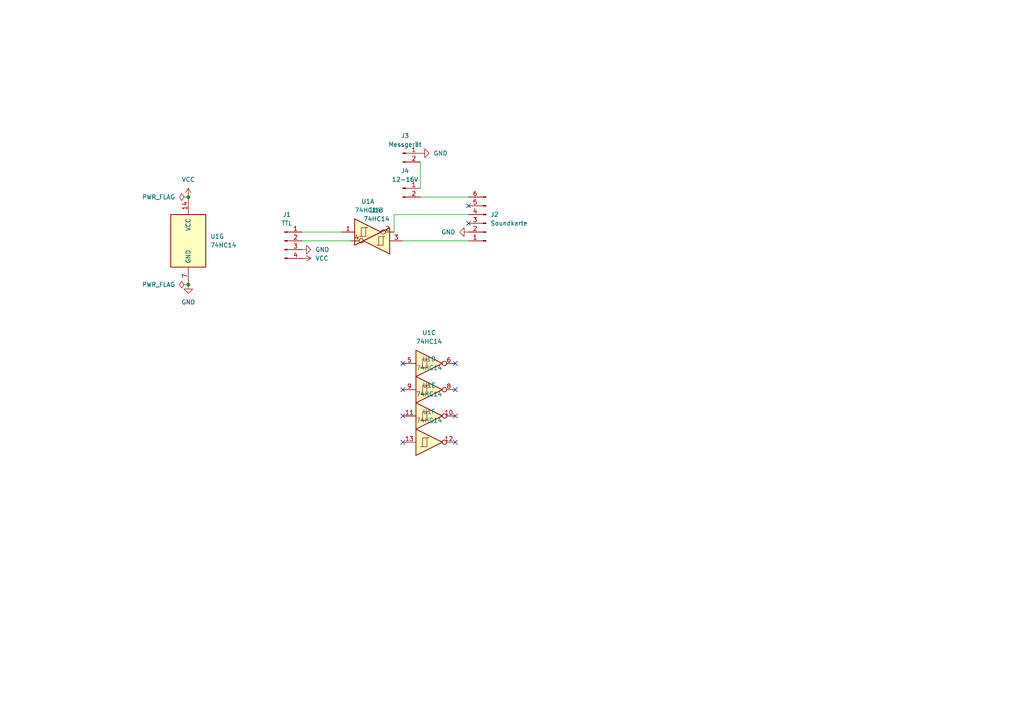
<source format=kicad_sch>
(kicad_sch (version 20231120) (generator "eeschema") (generator_version "8.0")
  (paper "A4")
  (lib_symbols
    (symbol "74xx:74HC14" (pin_names (offset 1.016))
      (property "Reference" "U" (at 0 1.27 0))
      (property "Value" "74HC14" (at 0 -1.27 0))
      (symbol "74HC14_1_0"
        (polyline (pts (xy -3.81 3.81) (xy -3.81 -3.81) (xy 3.81 0) (xy -3.81 3.81)) (stroke (width 0.254)) (fill (type background)))
        (pin input line (at -7.62 0 0) (length 3.81) (name "~") (number "1"))
        (pin output inverted (at 7.62 0 180) (length 3.81) (name "~") (number "2"))
      )
      (symbol "74HC14_1_1"
        (polyline (pts (xy -1.905 -1.27) (xy -1.905 1.27) (xy -0.635 1.27)))
        (polyline (pts (xy -2.54 -1.27) (xy -0.635 -1.27) (xy -0.635 1.27) (xy 0 1.27)))
      )
      (symbol "74HC14_2_0"
        (polyline (pts (xy -3.81 3.81) (xy -3.81 -3.81) (xy 3.81 0) (xy -3.81 3.81)) (stroke (width 0.254)) (fill (type background)))
        (pin input line (at -7.62 0 0) (length 3.81) (name "~") (number "3"))
        (pin output inverted (at 7.62 0 180) (length 3.81) (name "~") (number "4"))
      )
      (symbol "74HC14_2_1"
        (polyline (pts (xy -1.905 -1.27) (xy -1.905 1.27) (xy -0.635 1.27)))
        (polyline (pts (xy -2.54 -1.27) (xy -0.635 -1.27) (xy -0.635 1.27) (xy 0 1.27)))
      )
      (symbol "74HC14_3_0"
        (polyline (pts (xy -3.81 3.81) (xy -3.81 -3.81) (xy 3.81 0) (xy -3.81 3.81)) (stroke (width 0.254)) (fill (type background)))
        (pin input line (at -7.62 0 0) (length 3.81) (name "~") (number "5"))
        (pin output inverted (at 7.62 0 180) (length 3.81) (name "~") (number "6"))
      )
      (symbol "74HC14_3_1"
        (polyline (pts (xy -1.905 -1.27) (xy -1.905 1.27) (xy -0.635 1.27)))
        (polyline (pts (xy -2.54 -1.27) (xy -0.635 -1.27) (xy -0.635 1.27) (xy 0 1.27)))
      )
      (symbol "74HC14_4_0"
        (polyline (pts (xy -3.81 3.81) (xy -3.81 -3.81) (xy 3.81 0) (xy -3.81 3.81)) (stroke (width 0.254)) (fill (type background)))
        (pin output inverted (at 7.62 0 180) (length 3.81) (name "~") (number "8"))
        (pin input line (at -7.62 0 0) (length 3.81) (name "~") (number "9"))
      )
      (symbol "74HC14_4_1"
        (polyline (pts (xy -1.905 -1.27) (xy -1.905 1.27) (xy -0.635 1.27)))
        (polyline (pts (xy -2.54 -1.27) (xy -0.635 -1.27) (xy -0.635 1.27) (xy 0 1.27)))
      )
      (symbol "74HC14_5_0"
        (polyline (pts (xy -3.81 3.81) (xy -3.81 -3.81) (xy 3.81 0) (xy -3.81 3.81)) (stroke (width 0.254)) (fill (type background)))
        (pin output inverted (at 7.62 0 180) (length 3.81) (name "~") (number "10"))
        (pin input line (at -7.62 0 0) (length 3.81) (name "~") (number "11"))
      )
      (symbol "74HC14_5_1"
        (polyline (pts (xy -1.905 -1.27) (xy -1.905 1.27) (xy -0.635 1.27)))
        (polyline (pts (xy -2.54 -1.27) (xy -0.635 -1.27) (xy -0.635 1.27) (xy 0 1.27)))
      )
      (symbol "74HC14_6_0"
        (polyline (pts (xy -3.81 3.81) (xy -3.81 -3.81) (xy 3.81 0) (xy -3.81 3.81)) (stroke (width 0.254)) (fill (type background)))
        (pin output inverted (at 7.62 0 180) (length 3.81) (name "~") (number "12"))
        (pin input line (at -7.62 0 0) (length 3.81) (name "~") (number "13"))
      )
      (symbol "74HC14_6_1"
        (polyline (pts (xy -1.905 -1.27) (xy -1.905 1.27) (xy -0.635 1.27)))
        (polyline (pts (xy -2.54 -1.27) (xy -0.635 -1.27) (xy -0.635 1.27) (xy 0 1.27)))
      )
      (symbol "74HC14_7_0"
        (pin power_in line (at 0 12.7 270) (length 5.08) (name "VCC") (number "14"))
        (pin power_in line (at 0 -12.7 90) (length 5.08) (name "GND") (number "7"))
      )
      (symbol "74HC14_7_1"
        (rectangle (start -5.08 7.62) (end 5.08 -7.62) (stroke (width 0.254)) (fill (type background)))
      )
    )
    (symbol "Connector:Conn_01x02_Pin" (pin_names (offset 1.016) hide)
      (property "Reference" "J" (at 0 2.54 0))
      (property "Value" "Conn_01x02_Pin" (at 0 -5.08 0))
      (symbol "Conn_01x02_Pin_1_1"
        (polyline (pts (xy 1.27 -2.54) (xy 0.8636 -2.54)) (stroke (width 0.1524)))
        (polyline (pts (xy 1.27 0) (xy 0.8636 0)) (stroke (width 0.1524)))
        (rectangle (start 0.8636 -2.413) (end 0 -2.667) (stroke (width 0.1524)) (fill (type outline)))
        (rectangle (start 0.8636 0.127) (end 0 -0.127) (stroke (width 0.1524)) (fill (type outline)))
        (pin passive line (at 5.08 0 180) (length 3.81) (name "Pin_1") (number "1"))
        (pin passive line (at 5.08 -2.54 180) (length 3.81) (name "Pin_2") (number "2"))
      )
    )
    (symbol "Connector:Conn_01x04_Pin" (pin_names (offset 1.016) hide)
      (property "Reference" "J" (at 0 5.08 0))
      (property "Value" "Conn_01x04_Pin" (at 0 -7.62 0))
      (symbol "Conn_01x04_Pin_1_1"
        (polyline (pts (xy 1.27 -5.08) (xy 0.8636 -5.08)) (stroke (width 0.1524)))
        (polyline (pts (xy 1.27 -2.54) (xy 0.8636 -2.54)) (stroke (width 0.1524)))
        (polyline (pts (xy 1.27 0) (xy 0.8636 0)) (stroke (width 0.1524)))
        (polyline (pts (xy 1.27 2.54) (xy 0.8636 2.54)) (stroke (width 0.1524)))
        (rectangle (start 0.8636 -4.953) (end 0 -5.207) (stroke (width 0.1524)) (fill (type outline)))
        (rectangle (start 0.8636 -2.413) (end 0 -2.667) (stroke (width 0.1524)) (fill (type outline)))
        (rectangle (start 0.8636 0.127) (end 0 -0.127) (stroke (width 0.1524)) (fill (type outline)))
        (rectangle (start 0.8636 2.667) (end 0 2.413) (stroke (width 0.1524)) (fill (type outline)))
        (pin passive line (at 5.08 2.54 180) (length 3.81) (name "Pin_1") (number "1"))
        (pin passive line (at 5.08 0 180) (length 3.81) (name "Pin_2") (number "2"))
        (pin passive line (at 5.08 -2.54 180) (length 3.81) (name "Pin_3") (number "3"))
        (pin passive line (at 5.08 -5.08 180) (length 3.81) (name "Pin_4") (number "4"))
      )
    )
    (symbol "Connector:Conn_01x06_Pin" (pin_names (offset 1.016) hide)
      (property "Reference" "J" (at 0 7.62 0))
      (property "Value" "Conn_01x06_Pin" (at 0 -10.16 0))
      (symbol "Conn_01x06_Pin_1_1"
        (polyline (pts (xy 1.27 -7.62) (xy 0.8636 -7.62)) (stroke (width 0.1524)))
        (polyline (pts (xy 1.27 -5.08) (xy 0.8636 -5.08)) (stroke (width 0.1524)))
        (polyline (pts (xy 1.27 -2.54) (xy 0.8636 -2.54)) (stroke (width 0.1524)))
        (polyline (pts (xy 1.27 0) (xy 0.8636 0)) (stroke (width 0.1524)))
        (polyline (pts (xy 1.27 2.54) (xy 0.8636 2.54)) (stroke (width 0.1524)))
        (polyline (pts (xy 1.27 5.08) (xy 0.8636 5.08)) (stroke (width 0.1524)))
        (rectangle (start 0.8636 -7.493) (end 0 -7.747) (stroke (width 0.1524)) (fill (type outline)))
        (rectangle (start 0.8636 -4.953) (end 0 -5.207) (stroke (width 0.1524)) (fill (type outline)))
        (rectangle (start 0.8636 -2.413) (end 0 -2.667) (stroke (width 0.1524)) (fill (type outline)))
        (rectangle (start 0.8636 0.127) (end 0 -0.127) (stroke (width 0.1524)) (fill (type outline)))
        (rectangle (start 0.8636 2.667) (end 0 2.413) (stroke (width 0.1524)) (fill (type outline)))
        (rectangle (start 0.8636 5.207) (end 0 4.953) (stroke (width 0.1524)) (fill (type outline)))
        (pin passive line (at 5.08 5.08 180) (length 3.81) (name "Pin_1") (number "1"))
        (pin passive line (at 5.08 2.54 180) (length 3.81) (name "Pin_2") (number "2"))
        (pin passive line (at 5.08 0 180) (length 3.81) (name "Pin_3") (number "3"))
        (pin passive line (at 5.08 -2.54 180) (length 3.81) (name "Pin_4") (number "4"))
        (pin passive line (at 5.08 -5.08 180) (length 3.81) (name "Pin_5") (number "5"))
        (pin passive line (at 5.08 -7.62 180) (length 3.81) (name "Pin_6") (number "6"))
      )
    )
    (symbol "power:GND" (power) (pin_numbers hide) (pin_names (offset 0) hide)
      (property "Value" "GND" (at 0 -3.81 0))
      (symbol "GND_0_1"
        (polyline (pts (xy 0 0) (xy 0 -1.27) (xy 1.27 -1.27) (xy 0 -2.54) (xy -1.27 -1.27) (xy 0 -1.27)))
      )
      (symbol "GND_1_1"
        (pin power_in line (at 0 0 270) (length 0) (name "~") (number "1"))
      )
    )
    (symbol "power:PWR_FLAG" (power) (pin_numbers hide) (pin_names (offset 0) hide)
      (property "Value" "PWR_FLAG" (at 0 3.81 0))
      (symbol "PWR_FLAG_0_0"
        (pin power_out line (at 0 0 90) (length 0) (name "~") (number "1"))
      )
      (symbol "PWR_FLAG_0_1"
        (polyline (pts (xy 0 0) (xy 0 1.27) (xy -1.016 1.905) (xy 0 2.54) (xy 1.016 1.905) (xy 0 1.27)))
      )
    )
    (symbol "power:VCC" (power) (pin_numbers hide) (pin_names (offset 0) hide)
      (property "Value" "VCC" (at 0 3.556 0))
      (symbol "VCC_0_1"
        (polyline (pts (xy -0.762 1.27) (xy 0 2.54)))
        (polyline (pts (xy 0 0) (xy 0 2.54)))
        (polyline (pts (xy 0 2.54) (xy 0.762 1.27)))
      )
      (symbol "VCC_1_1"
        (pin power_in line (at 0 0 90) (length 0) (name "~") (number "1"))
      )
    )
  )
  (junction (at 54.61 57.15))
  (junction (at 54.61 82.55))
  (no_connect (at 132.08 128.27))
  (no_connect (at 116.84 120.65))
  (no_connect (at 116.84 105.41))
  (no_connect (at 132.08 113.03))
  (no_connect (at 116.84 128.27))
  (no_connect (at 132.08 105.41))
  (no_connect (at 135.89 64.77))
  (no_connect (at 132.08 120.65))
  (no_connect (at 135.89 59.69))
  (no_connect (at 116.84 113.03))
  (wire (pts (xy 87.63 67.31) (xy 99.06 67.31)))
  (wire (pts (xy 114.3 62.23) (xy 135.89 62.23)))
  (wire (pts (xy 114.3 67.31) (xy 114.3 62.23)))
  (wire (pts (xy 87.63 69.85) (xy 101.6 69.85)))
  (wire (pts (xy 121.92 57.15) (xy 135.89 57.15)))
  (wire (pts (xy 121.92 46.99) (xy 121.92 54.61)))
  (wire (pts (xy 116.84 69.85) (xy 135.89 69.85)))
  (symbol (lib_id "Connector:Conn_01x02_Pin") (at 116.84 54.61 0) (unit 1)
    (property "Reference" "J4" (at 117.475 49.53 0))
    (property "Value" "12-16V" (at 117.475 52.07 0))
    (property "Footprint" "Connector_PinHeader_2.54mm:PinHeader_1x02_P2.54mm_Vertical" (effects (hide yes)))
    (property "Description" "Generic connector, single row, 01x02, script generated" (effects (hide yes)))
  )
  (symbol (lib_id "power:GND") (at 121.92 44.45 90) (unit 1)
    (property "Reference" "#PWR05" (effects (hide yes)))
    (property "Value" "GND" (at 125.73 44.4499 90) (effects (justify right)))
    (property "Description" "Power symbol creates a global label with name \"GND\" , ground" (effects (hide yes)))
  )
  (symbol (lib_id "74xx:74HC14") (at 124.46 113.03 0) (unit 4)
    (property "Reference" "U1" (at 124.46 104.14 0))
    (property "Value" "74HC14" (at 124.46 106.68 0))
    (property "Footprint" "Package_SO:SO-14_3.9x8.65mm_P1.27mm" (effects (hide yes)))
    (property "Datasheet" "http://www.ti.com/lit/gpn/sn74HC14" (effects (hide yes)))
    (property "Description" "Hex inverter schmitt trigger" (effects (hide yes)))
  )
  (symbol (lib_id "74xx:74HC14") (at 109.22 69.85 180) (unit 2)
    (property "Reference" "U1" (at 109.22 60.96 0))
    (property "Value" "74HC14" (at 109.22 63.5 0))
    (property "Footprint" "Package_SO:SO-14_3.9x8.65mm_P1.27mm" (effects (hide yes)))
    (property "Datasheet" "http://www.ti.com/lit/gpn/sn74HC14" (effects (hide yes)))
    (property "Description" "Hex inverter schmitt trigger" (effects (hide yes)))
  )
  (symbol (lib_id "74xx:74HC14") (at 106.68 67.31 0) (unit 1)
    (property "Reference" "U1" (at 106.68 58.42 0))
    (property "Value" "74HC14" (at 106.68 60.96 0))
    (property "Footprint" "Package_SO:SO-14_3.9x8.65mm_P1.27mm" (effects (hide yes)))
    (property "Datasheet" "http://www.ti.com/lit/gpn/sn74HC14" (effects (hide yes)))
    (property "Description" "Hex inverter schmitt trigger" (effects (hide yes)))
  )
  (symbol (lib_id "74xx:74HC14") (at 124.46 105.41 0) (unit 3)
    (property "Reference" "U1" (at 124.46 96.52 0))
    (property "Value" "74HC14" (at 124.46 99.06 0))
    (property "Footprint" "Package_SO:SO-14_3.9x8.65mm_P1.27mm" (effects (hide yes)))
    (property "Datasheet" "http://www.ti.com/lit/gpn/sn74HC14" (effects (hide yes)))
    (property "Description" "Hex inverter schmitt trigger" (effects (hide yes)))
  )
  (symbol (lib_id "power:GND") (at 54.61 82.55 0) (unit 1)
    (property "Reference" "#PWR02" (effects (hide yes)))
    (property "Value" "GND" (at 54.61 87.63 0))
    (property "Description" "Power symbol creates a global label with name \"GND\" , ground" (effects (hide yes)))
  )
  (symbol (lib_id "power:VCC") (at 87.63 74.93 270) (unit 1)
    (property "Reference" "#PWR03" (effects (hide yes)))
    (property "Value" "VCC" (at 91.44 74.9299 90) (effects (justify left)))
    (property "Description" "Power symbol creates a global label with name \"VCC\"" (effects (hide yes)))
  )
  (symbol (lib_id "power:PWR_FLAG") (at 54.61 82.55 90) (unit 1)
    (property "Reference" "#FLG02" (effects (hide yes)))
    (property "Value" "PWR_FLAG" (at 50.8 82.5499 90) (effects (justify left)))
    (property "Description" "Special symbol for telling ERC where power comes from" (effects (hide yes)))
  )
  (symbol (lib_id "Connector:Conn_01x04_Pin") (at 82.55 69.85 0) (unit 1)
    (property "Reference" "J1" (at 83.185 62.23 0))
    (property "Value" "TTL" (at 83.185 64.77 0))
    (property "Footprint" "Connector_PinHeader_2.54mm:PinHeader_1x04_P2.54mm_Vertical" (effects (hide yes)))
    (property "Description" "Generic connector, single row, 01x04, script generated" (effects (hide yes)))
  )
  (symbol (lib_id "74xx:74HC14") (at 124.46 120.65 0) (unit 5)
    (property "Reference" "U1" (at 124.46 111.76 0))
    (property "Value" "74HC14" (at 124.46 114.3 0))
    (property "Footprint" "Package_SO:SO-14_3.9x8.65mm_P1.27mm" (effects (hide yes)))
    (property "Datasheet" "http://www.ti.com/lit/gpn/sn74HC14" (effects (hide yes)))
    (property "Description" "Hex inverter schmitt trigger" (effects (hide yes)))
  )
  (symbol (lib_id "Connector:Conn_01x06_Pin") (at 140.97 64.77 180) (unit 1)
    (property "Reference" "J2" (at 142.24 62.2299 0) (effects (justify right)))
    (property "Value" "Soundkarte" (at 142.24 64.7699 0) (effects (justify right)))
    (property "Footprint" "Connector_PinHeader_2.54mm:PinHeader_1x06_P2.54mm_Vertical" (effects (hide yes)))
    (property "Description" "Generic connector, single row, 01x06, script generated" (effects (hide yes)))
  )
  (symbol (lib_id "74xx:74HC14") (at 54.61 69.85 0) (unit 7)
    (property "Reference" "U1" (at 60.96 68.5799 0) (effects (justify left)))
    (property "Value" "74HC14" (at 60.96 71.1199 0) (effects (justify left)))
    (property "Footprint" "Package_SO:SO-14_3.9x8.65mm_P1.27mm" (effects (hide yes)))
    (property "Datasheet" "http://www.ti.com/lit/gpn/sn74HC14" (effects (hide yes)))
    (property "Description" "Hex inverter schmitt trigger" (effects (hide yes)))
  )
  (symbol (lib_id "Connector:Conn_01x02_Pin") (at 116.84 44.45 0) (unit 1)
    (property "Reference" "J3" (at 117.475 39.37 0))
    (property "Value" "Messgerät" (at 117.475 41.91 0))
    (property "Footprint" "Connector_PinHeader_2.54mm:PinHeader_1x02_P2.54mm_Vertical" (effects (hide yes)))
    (property "Description" "Generic connector, single row, 01x02, script generated" (effects (hide yes)))
  )
  (symbol (lib_id "power:GND") (at 87.63 72.39 90) (unit 1)
    (property "Reference" "#PWR01" (effects (hide yes)))
    (property "Value" "GND" (at 91.44 72.3899 90) (effects (justify right)))
    (property "Description" "Power symbol creates a global label with name \"GND\" , ground" (effects (hide yes)))
  )
  (symbol (lib_id "power:VCC") (at 54.61 57.15 0) (unit 1)
    (property "Reference" "#PWR04" (effects (hide yes)))
    (property "Value" "VCC" (at 54.61 52.07 0))
    (property "Description" "Power symbol creates a global label with name \"VCC\"" (effects (hide yes)))
  )
  (symbol (lib_id "power:GND") (at 135.89 67.31 270) (unit 1)
    (property "Reference" "#PWR06" (effects (hide yes)))
    (property "Value" "GND" (at 132.08 67.3099 90) (effects (justify right)))
    (property "Description" "Power symbol creates a global label with name \"GND\" , ground" (effects (hide yes)))
  )
  (symbol (lib_id "74xx:74HC14") (at 124.46 128.27 0) (unit 6)
    (property "Reference" "U1" (at 124.46 119.38 0))
    (property "Value" "74HC14" (at 124.46 121.92 0))
    (property "Footprint" "Package_SO:SO-14_3.9x8.65mm_P1.27mm" (effects (hide yes)))
    (property "Datasheet" "http://www.ti.com/lit/gpn/sn74HC14" (effects (hide yes)))
    (property "Description" "Hex inverter schmitt trigger" (effects (hide yes)))
  )
  (symbol (lib_id "power:PWR_FLAG") (at 54.61 57.15 90) (unit 1)
    (property "Reference" "#FLG01" (effects (hide yes)))
    (property "Value" "PWR_FLAG" (at 50.8 57.1499 90) (effects (justify left)))
    (property "Description" "Special symbol for telling ERC where power comes from" (effects (hide yes)))
  )
)
</source>
